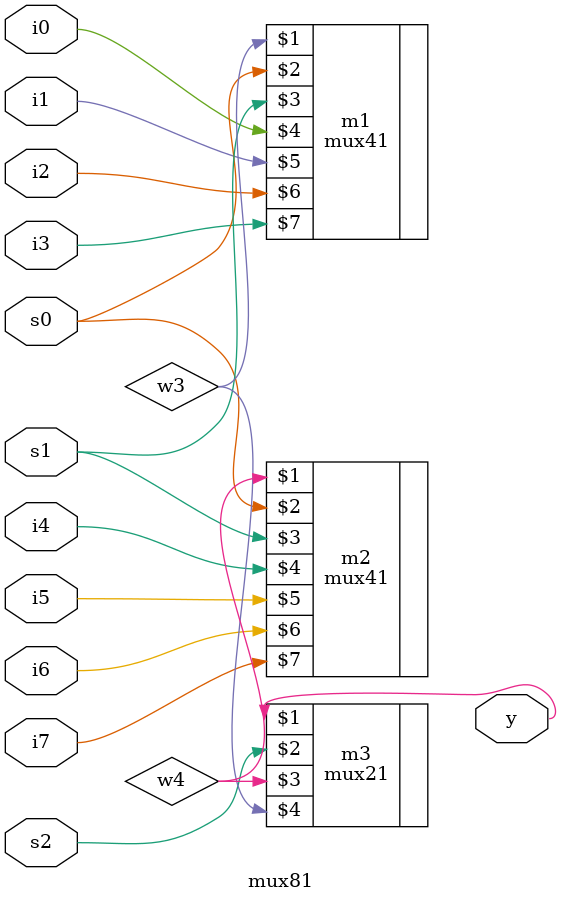
<source format=v>
`include "mux41.v"

module mux81(y, s0, s1, s2, i0, i1, i2, i3, i4, i5, i6, i7);
				output y;
//				input [7:0] i;
//				input [2:0] s;

				input i0, i1, i2, i3, i4, i5, i6, i7;
				input s0, s1, s2;
				
				mux41 m1 (w3, s0, s1, i0, i1, i2, i3);
				mux41 m2 (w4, s0, s1, i4, i5, i6, i7);
				mux21 m3 (y, s2, w4, w3);
endmodule
				

</source>
